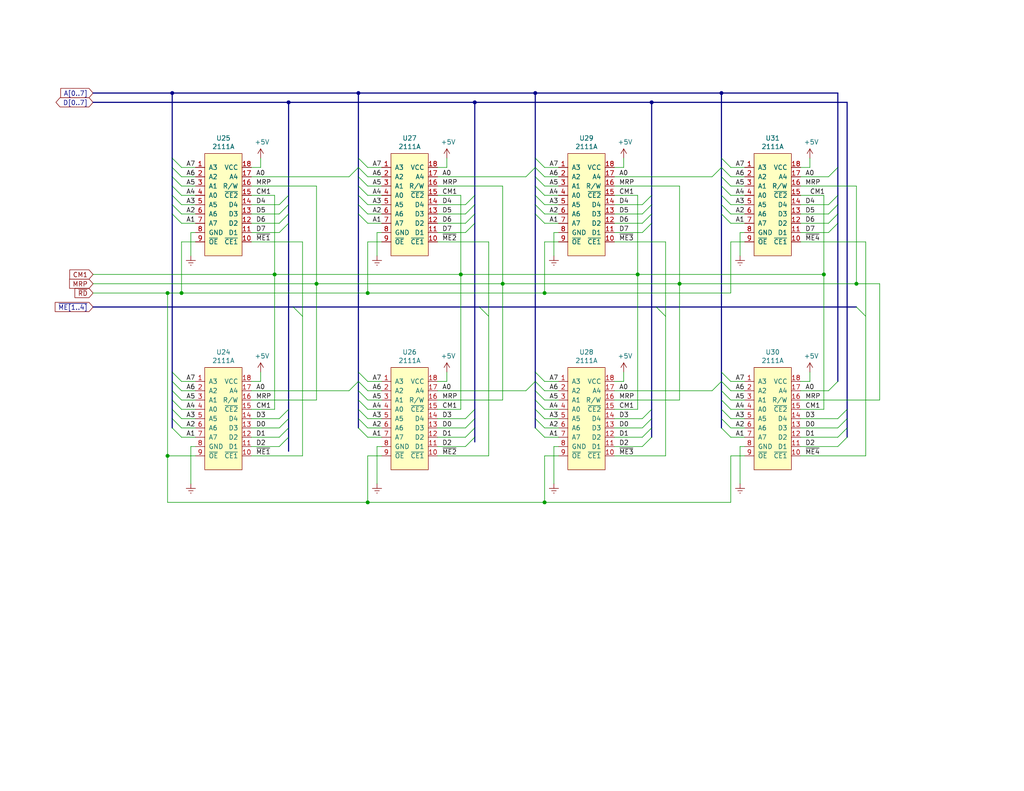
<source format=kicad_sch>
(kicad_sch (version 20230121) (generator eeschema)
  (paper "A")
  (title_block (title "Edu-80 Z80 Trainer") (date "2023-02-06") (rev "0.1") (company "Strangers"))
  (lib_symbols
    (symbol "Edu-80_Symbols:2111A" (pin_names (offset 1.016))
      (property "Reference" "U?" (at 0 16.51 0))
      (property "Value" "2111A" (at 0 -16.51 0))
      (symbol "2111A_0_1"
        (rectangle (start -5.08 13.97) (end 5.08 -13.97) (fill (type background)))
      )
      (symbol "2111A_1_1"
        (pin input line (at -7.62 10.16 0) (length 2.54) (name "A3") (number "1"))
        (pin input line (at 7.62 -10.16 180) (length 2.54) (name "~{CE1}") (number "10"))
        (pin tri_state line (at 7.62 -7.62 180) (length 2.54) (name "D1") (number "11"))
        (pin tri_state line (at 7.62 -5.08 180) (length 2.54) (name "D2") (number "12"))
        (pin tri_state line (at 7.62 -2.54 180) (length 2.54) (name "D3") (number "13"))
        (pin tri_state line (at 7.62 0 180) (length 2.54) (name "D4") (number "14"))
        (pin input line (at 7.62 2.54 180) (length 2.54) (name "~{CE2}") (number "15"))
        (pin input line (at 7.62 5.08 180) (length 2.54) (name "R/W") (number "16"))
        (pin input line (at 7.62 7.62 180) (length 2.54) (name "A4") (number "17"))
        (pin power_in line (at 7.62 10.16 180) (length 2.54) (name "VCC") (number "18"))
        (pin input line (at -7.62 7.62 0) (length 2.54) (name "A2") (number "2"))
        (pin input line (at -7.62 5.08 0) (length 2.54) (name "A1") (number "3"))
        (pin input line (at -7.62 2.54 0) (length 2.54) (name "A0") (number "4"))
        (pin input line (at -7.62 0 0) (length 2.54) (name "A5") (number "5"))
        (pin input line (at -7.62 -2.54 0) (length 2.54) (name "A6") (number "6"))
        (pin input line (at -7.62 -5.08 0) (length 2.54) (name "A7") (number "7"))
        (pin power_in line (at -7.62 -7.62 0) (length 2.54) (name "GND") (number "8"))
        (pin input line (at -7.62 -10.16 0) (length 2.54) (name "~{OE}") (number "9"))
      )
    )
    (symbol "edu-80-rescue:2111A-Edu-80_Symbol" (pin_names (offset 1.016))
      (property "Reference" "U?" (at 0 16.51 0))
      (property "Value" "Edu-80_Symbol_2111A" (at 0 -16.51 0))
      (symbol "2111A-Edu-80_Symbol_0_1"
        (rectangle (start -5.08 13.97) (end 5.08 -13.97) (fill (type background)))
      )
      (symbol "2111A-Edu-80_Symbol_1_1"
        (pin input line (at -7.62 10.16 0) (length 2.54) (name "A3") (number "1"))
        (pin input line (at 7.62 -10.16 180) (length 2.54) (name "~{CE1}") (number "10"))
        (pin tri_state line (at 7.62 -7.62 180) (length 2.54) (name "D1") (number "11"))
        (pin tri_state line (at 7.62 -5.08 180) (length 2.54) (name "D2") (number "12"))
        (pin tri_state line (at 7.62 -2.54 180) (length 2.54) (name "D3") (number "13"))
        (pin tri_state line (at 7.62 0 180) (length 2.54) (name "D4") (number "14"))
        (pin input line (at 7.62 2.54 180) (length 2.54) (name "~{CE2}") (number "15"))
        (pin input line (at 7.62 5.08 180) (length 2.54) (name "R/W") (number "16"))
        (pin input line (at 7.62 7.62 180) (length 2.54) (name "A4") (number "17"))
        (pin power_in line (at 7.62 10.16 180) (length 2.54) (name "VCC") (number "18"))
        (pin input line (at -7.62 7.62 0) (length 2.54) (name "A2") (number "2"))
        (pin input line (at -7.62 5.08 0) (length 2.54) (name "A1") (number "3"))
        (pin input line (at -7.62 2.54 0) (length 2.54) (name "A0") (number "4"))
        (pin input line (at -7.62 0 0) (length 2.54) (name "A5") (number "5"))
        (pin input line (at -7.62 -2.54 0) (length 2.54) (name "A6") (number "6"))
        (pin input line (at -7.62 -5.08 0) (length 2.54) (name "A7") (number "7"))
        (pin power_in line (at -7.62 -7.62 0) (length 2.54) (name "GND") (number "8"))
        (pin input line (at -7.62 -10.16 0) (length 2.54) (name "~{OE}") (number "9"))
      )
    )
    (symbol "power:+5V" (power) (pin_names (offset 0))
      (property "Value" "+5V" (at 0 3.556 0))
      (symbol "+5V_0_1"
        (polyline (pts (xy -0.762 1.27) (xy 0 2.54)))
        (polyline (pts (xy 0 0) (xy 0 2.54)))
        (polyline (pts (xy 0 2.54) (xy 0.762 1.27)))
      )
      (symbol "+5V_1_1"
        (pin power_in line (at 0 0 90) (length 0) hide (name "+5V") (number "1"))
      )
    )
    (symbol "power:Earth" (power) (pin_names (offset 0))
      (symbol "Earth_0_1"
        (polyline (pts (xy -0.635 -1.905) (xy 0.635 -1.905)))
        (polyline (pts (xy -0.127 -2.54) (xy 0.127 -2.54)))
        (polyline (pts (xy 0 -1.27) (xy 0 0)))
        (polyline (pts (xy 1.27 -1.27) (xy -1.27 -1.27)))
      )
      (symbol "Earth_1_1"
        (pin power_in line (at 0 0 270) (length 0) hide (name "Earth") (number "1"))
      )
    )
  )
  (junction (at 196.85 25.4))
  (junction (at 146.05 25.4))
  (junction (at 100.33 80.01))
  (junction (at 148.59 137.16))
  (junction (at 100.33 137.16))
  (junction (at 49.53 80.01))
  (junction (at 74.93 74.93))
  (junction (at 173.99 74.93))
  (junction (at 224.79 74.93))
  (junction (at 185.42 77.47))
  (junction (at 45.72 80.01))
  (junction (at 45.72 124.46))
  (junction (at 125.73 74.93))
  (junction (at 86.36 77.47))
  (junction (at 233.68 77.47))
  (junction (at 46.99 25.4))
  (junction (at 129.54 27.94))
  (junction (at 137.16 77.47))
  (junction (at 177.8 27.94))
  (junction (at 78.74 27.94))
  (junction (at 148.59 80.01))
  (junction (at 97.79 25.4))
  (bus_entry (at 46.99 116.84) (size 2.54 2.54))
  (bus_entry (at 196.85 114.3) (size 2.54 2.54))
  (bus_entry (at 177.8 55.88) (size -2.54 2.54))
  (bus_entry (at 228.6 60.96) (size -2.54 2.54))
  (bus_entry (at 196.85 104.14) (size -2.54 2.54))
  (bus_entry (at 78.74 116.84) (size -2.54 2.54))
  (bus_entry (at 46.99 101.6) (size 2.54 2.54))
  (bus_entry (at 129.54 116.84) (size -2.54 2.54))
  (bus_entry (at 46.99 109.22) (size 2.54 2.54))
  (bus_entry (at 177.8 111.76) (size -2.54 2.54))
  (bus_entry (at 177.8 53.34) (size -2.54 2.54))
  (bus_entry (at 46.99 106.68) (size 2.54 2.54))
  (bus_entry (at 46.99 55.88) (size 2.54 2.54))
  (bus_entry (at 228.6 53.34) (size -2.54 2.54))
  (bus_entry (at 46.99 45.72) (size 2.54 2.54))
  (bus_entry (at 129.54 119.38) (size -2.54 2.54))
  (bus_entry (at 97.79 58.42) (size 2.54 2.54))
  (bus_entry (at 233.68 83.82) (size 2.54 2.54))
  (bus_entry (at 179.07 83.82) (size 2.54 2.54))
  (bus_entry (at 129.54 53.34) (size -2.54 2.54))
  (bus_entry (at 97.79 48.26) (size 2.54 2.54))
  (bus_entry (at 46.99 53.34) (size 2.54 2.54))
  (bus_entry (at 146.05 58.42) (size 2.54 2.54))
  (bus_entry (at 177.8 119.38) (size -2.54 2.54))
  (bus_entry (at 231.14 119.38) (size -2.54 2.54))
  (bus_entry (at 231.14 116.84) (size -2.54 2.54))
  (bus_entry (at 146.05 104.14) (size 2.54 2.54))
  (bus_entry (at 177.8 60.96) (size -2.54 2.54))
  (bus_entry (at 78.74 58.42) (size -2.54 2.54))
  (bus_entry (at 146.05 111.76) (size 2.54 2.54))
  (bus_entry (at 46.99 58.42) (size 2.54 2.54))
  (bus_entry (at 146.05 53.34) (size 2.54 2.54))
  (bus_entry (at 78.74 114.3) (size -2.54 2.54))
  (bus_entry (at 196.85 50.8) (size 2.54 2.54))
  (bus_entry (at 146.05 55.88) (size 2.54 2.54))
  (bus_entry (at 78.74 55.88) (size -2.54 2.54))
  (bus_entry (at 97.79 53.34) (size 2.54 2.54))
  (bus_entry (at 46.99 114.3) (size 2.54 2.54))
  (bus_entry (at 177.8 114.3) (size -2.54 2.54))
  (bus_entry (at 146.05 45.72) (size -2.54 2.54))
  (bus_entry (at 97.79 111.76) (size 2.54 2.54))
  (bus_entry (at 97.79 45.72) (size -2.54 2.54))
  (bus_entry (at 196.85 45.72) (size -2.54 2.54))
  (bus_entry (at 146.05 48.26) (size 2.54 2.54))
  (bus_entry (at 97.79 101.6) (size 2.54 2.54))
  (bus_entry (at 196.85 109.22) (size 2.54 2.54))
  (bus_entry (at 130.81 83.82) (size 2.54 2.54))
  (bus_entry (at 196.85 106.68) (size 2.54 2.54))
  (bus_entry (at 97.79 50.8) (size 2.54 2.54))
  (bus_entry (at 177.8 58.42) (size -2.54 2.54))
  (bus_entry (at 196.85 116.84) (size 2.54 2.54))
  (bus_entry (at 97.79 104.14) (size 2.54 2.54))
  (bus_entry (at 80.01 83.82) (size 2.54 2.54))
  (bus_entry (at 97.79 104.14) (size -2.54 2.54))
  (bus_entry (at 46.99 50.8) (size 2.54 2.54))
  (bus_entry (at 97.79 55.88) (size 2.54 2.54))
  (bus_entry (at 78.74 53.34) (size -2.54 2.54))
  (bus_entry (at 46.99 104.14) (size 2.54 2.54))
  (bus_entry (at 146.05 116.84) (size 2.54 2.54))
  (bus_entry (at 129.54 111.76) (size -2.54 2.54))
  (bus_entry (at 78.74 111.76) (size -2.54 2.54))
  (bus_entry (at 196.85 111.76) (size 2.54 2.54))
  (bus_entry (at 196.85 45.72) (size 2.54 2.54))
  (bus_entry (at 177.8 116.84) (size -2.54 2.54))
  (bus_entry (at 97.79 106.68) (size 2.54 2.54))
  (bus_entry (at 97.79 45.72) (size 2.54 2.54))
  (bus_entry (at 146.05 43.18) (size 2.54 2.54))
  (bus_entry (at 46.99 111.76) (size 2.54 2.54))
  (bus_entry (at 196.85 58.42) (size 2.54 2.54))
  (bus_entry (at 196.85 104.14) (size 2.54 2.54))
  (bus_entry (at 196.85 53.34) (size 2.54 2.54))
  (bus_entry (at 146.05 109.22) (size 2.54 2.54))
  (bus_entry (at 196.85 48.26) (size 2.54 2.54))
  (bus_entry (at 129.54 55.88) (size -2.54 2.54))
  (bus_entry (at 97.79 116.84) (size 2.54 2.54))
  (bus_entry (at 146.05 104.14) (size -2.54 2.54))
  (bus_entry (at 146.05 50.8) (size 2.54 2.54))
  (bus_entry (at 146.05 45.72) (size 2.54 2.54))
  (bus_entry (at 228.6 58.42) (size -2.54 2.54))
  (bus_entry (at 196.85 101.6) (size 2.54 2.54))
  (bus_entry (at 196.85 55.88) (size 2.54 2.54))
  (bus_entry (at 228.6 45.72) (size -2.54 2.54))
  (bus_entry (at 129.54 58.42) (size -2.54 2.54))
  (bus_entry (at 97.79 109.22) (size 2.54 2.54))
  (bus_entry (at 231.14 114.3) (size -2.54 2.54))
  (bus_entry (at 228.6 55.88) (size -2.54 2.54))
  (bus_entry (at 129.54 60.96) (size -2.54 2.54))
  (bus_entry (at 146.05 106.68) (size 2.54 2.54))
  (bus_entry (at 97.79 114.3) (size 2.54 2.54))
  (bus_entry (at 46.99 48.26) (size 2.54 2.54))
  (bus_entry (at 196.85 43.18) (size 2.54 2.54))
  (bus_entry (at 97.79 43.18) (size 2.54 2.54))
  (bus_entry (at 231.14 111.76) (size -2.54 2.54))
  (bus_entry (at 129.54 114.3) (size -2.54 2.54))
  (bus_entry (at 146.05 101.6) (size 2.54 2.54))
  (bus_entry (at 46.99 43.18) (size 2.54 2.54))
  (bus_entry (at 146.05 114.3) (size 2.54 2.54))
  (bus_entry (at 78.74 60.96) (size -2.54 2.54))
  (bus_entry (at 78.74 119.38) (size -2.54 2.54))
  (bus_entry (at 228.6 104.14) (size -2.54 2.54))
  (wire (pts (xy 167.64 109.22) (xy 185.42 109.22)))
  (wire (pts (xy 100.33 119.38) (xy 104.14 119.38)))
  (bus (pts (xy 97.79 25.4) (xy 97.79 43.18)))
  (bus (pts (xy 97.79 48.26) (xy 97.79 50.8)))
  (wire (pts (xy 148.59 124.46) (xy 152.4 124.46)))
  (wire (pts (xy 148.59 45.72) (xy 152.4 45.72)))
  (bus (pts (xy 146.05 25.4) (xy 146.05 43.18)))
  (wire (pts (xy 100.33 111.76) (xy 104.14 111.76)))
  (bus (pts (xy 78.74 114.3) (xy 78.74 116.84)))
  (bus (pts (xy 97.79 106.68) (xy 97.79 109.22)))
  (wire (pts (xy 119.38 104.14) (xy 121.92 104.14)))
  (wire (pts (xy 82.55 66.04) (xy 82.55 86.36)))
  (bus (pts (xy 130.81 83.82) (xy 179.07 83.82)))
  (bus (pts (xy 25.4 27.94) (xy 78.74 27.94)))
  (wire (pts (xy 201.93 132.08) (xy 201.93 121.92)))
  (wire (pts (xy 148.59 104.14) (xy 152.4 104.14)))
  (bus (pts (xy 177.8 27.94) (xy 177.8 53.34)))
  (wire (pts (xy 100.33 55.88) (xy 104.14 55.88)))
  (wire (pts (xy 74.93 74.93) (xy 125.73 74.93)))
  (bus (pts (xy 129.54 27.94) (xy 129.54 53.34)))
  (wire (pts (xy 167.64 121.92) (xy 175.26 121.92)))
  (wire (pts (xy 148.59 116.84) (xy 152.4 116.84)))
  (bus (pts (xy 196.85 25.4) (xy 228.6 25.4)))
  (wire (pts (xy 218.44 124.46) (xy 236.22 124.46)))
  (wire (pts (xy 170.18 104.14) (xy 170.18 101.6)))
  (wire (pts (xy 68.58 124.46) (xy 82.55 124.46)))
  (wire (pts (xy 119.38 48.26) (xy 143.51 48.26)))
  (bus (pts (xy 196.85 25.4) (xy 196.85 43.18)))
  (bus (pts (xy 146.05 50.8) (xy 146.05 53.34)))
  (bus (pts (xy 78.74 119.38) (xy 78.74 123.19)))
  (wire (pts (xy 71.12 104.14) (xy 71.12 101.6)))
  (wire (pts (xy 199.39 114.3) (xy 203.2 114.3)))
  (wire (pts (xy 167.64 45.72) (xy 170.18 45.72)))
  (wire (pts (xy 68.58 45.72) (xy 71.12 45.72)))
  (bus (pts (xy 78.74 53.34) (xy 78.74 55.88)))
  (bus (pts (xy 46.99 106.68) (xy 46.99 109.22)))
  (bus (pts (xy 46.99 55.88) (xy 46.99 58.42)))
  (wire (pts (xy 233.68 77.47) (xy 240.03 77.47)))
  (wire (pts (xy 148.59 114.3) (xy 152.4 114.3)))
  (wire (pts (xy 100.33 106.68) (xy 104.14 106.68)))
  (bus (pts (xy 196.85 50.8) (xy 196.85 53.34)))
  (bus (pts (xy 78.74 60.96) (xy 78.74 111.76)))
  (wire (pts (xy 121.92 104.14) (xy 121.92 101.6)))
  (wire (pts (xy 119.38 111.76) (xy 125.73 111.76)))
  (wire (pts (xy 74.93 74.93) (xy 74.93 53.34)))
  (wire (pts (xy 185.42 77.47) (xy 185.42 50.8)))
  (bus (pts (xy 78.74 58.42) (xy 78.74 60.96)))
  (bus (pts (xy 78.74 27.94) (xy 129.54 27.94)))
  (wire (pts (xy 199.39 66.04) (xy 203.2 66.04)))
  (wire (pts (xy 119.38 66.04) (xy 133.35 66.04)))
  (bus (pts (xy 46.99 43.18) (xy 46.99 45.72)))
  (bus (pts (xy 129.54 114.3) (xy 129.54 116.84)))
  (bus (pts (xy 196.85 55.88) (xy 196.85 58.42)))
  (bus (pts (xy 97.79 55.88) (xy 97.79 58.42)))
  (bus (pts (xy 78.74 116.84) (xy 78.74 119.38)))
  (wire (pts (xy 218.44 116.84) (xy 228.6 116.84)))
  (bus (pts (xy 78.74 27.94) (xy 78.74 53.34)))
  (bus (pts (xy 97.79 104.14) (xy 97.79 106.68)))
  (bus (pts (xy 177.8 111.76) (xy 177.8 114.3)))
  (wire (pts (xy 125.73 74.93) (xy 173.99 74.93)))
  (wire (pts (xy 68.58 121.92) (xy 76.2 121.92)))
  (wire (pts (xy 68.58 50.8) (xy 86.36 50.8)))
  (bus (pts (xy 177.8 60.96) (xy 177.8 111.76)))
  (wire (pts (xy 52.07 132.08) (xy 52.07 121.92)))
  (bus (pts (xy 146.05 101.6) (xy 146.05 104.14)))
  (bus (pts (xy 146.05 25.4) (xy 196.85 25.4)))
  (wire (pts (xy 125.73 74.93) (xy 125.73 111.76)))
  (wire (pts (xy 199.39 119.38) (xy 203.2 119.38)))
  (wire (pts (xy 148.59 55.88) (xy 152.4 55.88)))
  (wire (pts (xy 236.22 66.04) (xy 236.22 86.36)))
  (bus (pts (xy 97.79 45.72) (xy 97.79 48.26)))
  (wire (pts (xy 68.58 58.42) (xy 76.2 58.42)))
  (wire (pts (xy 49.53 80.01) (xy 100.33 80.01)))
  (wire (pts (xy 49.53 55.88) (xy 53.34 55.88)))
  (wire (pts (xy 148.59 50.8) (xy 152.4 50.8)))
  (wire (pts (xy 74.93 74.93) (xy 74.93 111.76)))
  (wire (pts (xy 49.53 109.22) (xy 53.34 109.22)))
  (bus (pts (xy 97.79 101.6) (xy 97.79 104.14)))
  (bus (pts (xy 228.6 25.4) (xy 228.6 45.72)))
  (bus (pts (xy 46.99 114.3) (xy 46.99 116.84)))
  (bus (pts (xy 129.54 27.94) (xy 177.8 27.94)))
  (bus (pts (xy 46.99 45.72) (xy 46.99 48.26)))
  (wire (pts (xy 133.35 86.36) (xy 133.35 124.46)))
  (wire (pts (xy 86.36 77.47) (xy 86.36 109.22)))
  (wire (pts (xy 218.44 45.72) (xy 220.98 45.72)))
  (wire (pts (xy 167.64 66.04) (xy 181.61 66.04)))
  (bus (pts (xy 97.79 25.4) (xy 146.05 25.4)))
  (wire (pts (xy 25.4 77.47) (xy 86.36 77.47)))
  (wire (pts (xy 49.53 111.76) (xy 53.34 111.76)))
  (bus (pts (xy 129.54 116.84) (xy 129.54 119.38)))
  (bus (pts (xy 177.8 27.94) (xy 231.14 27.94)))
  (bus (pts (xy 196.85 111.76) (xy 196.85 114.3)))
  (wire (pts (xy 185.42 77.47) (xy 185.42 109.22)))
  (wire (pts (xy 199.39 111.76) (xy 203.2 111.76)))
  (wire (pts (xy 218.44 58.42) (xy 226.06 58.42)))
  (wire (pts (xy 45.72 124.46) (xy 45.72 80.01)))
  (wire (pts (xy 173.99 74.93) (xy 224.79 74.93)))
  (wire (pts (xy 68.58 109.22) (xy 86.36 109.22)))
  (wire (pts (xy 49.53 66.04) (xy 49.53 80.01)))
  (bus (pts (xy 129.54 53.34) (xy 129.54 55.88)))
  (wire (pts (xy 201.93 69.85) (xy 201.93 63.5)))
  (wire (pts (xy 119.38 53.34) (xy 125.73 53.34)))
  (wire (pts (xy 167.64 119.38) (xy 175.26 119.38)))
  (wire (pts (xy 68.58 53.34) (xy 74.93 53.34)))
  (wire (pts (xy 236.22 86.36) (xy 236.22 124.46)))
  (wire (pts (xy 167.64 48.26) (xy 194.31 48.26)))
  (bus (pts (xy 196.85 114.3) (xy 196.85 116.84)))
  (bus (pts (xy 196.85 45.72) (xy 196.85 48.26)))
  (bus (pts (xy 146.05 104.14) (xy 146.05 106.68)))
  (bus (pts (xy 231.14 114.3) (xy 231.14 116.84)))
  (wire (pts (xy 119.38 58.42) (xy 127 58.42)))
  (wire (pts (xy 100.33 60.96) (xy 104.14 60.96)))
  (wire (pts (xy 218.44 114.3) (xy 228.6 114.3)))
  (bus (pts (xy 196.85 109.22) (xy 196.85 111.76)))
  (wire (pts (xy 100.33 53.34) (xy 104.14 53.34)))
  (wire (pts (xy 68.58 55.88) (xy 76.2 55.88)))
  (wire (pts (xy 102.87 132.08) (xy 102.87 121.92)))
  (wire (pts (xy 199.39 45.72) (xy 203.2 45.72)))
  (wire (pts (xy 49.53 58.42) (xy 53.34 58.42)))
  (wire (pts (xy 68.58 66.04) (xy 82.55 66.04)))
  (wire (pts (xy 167.64 55.88) (xy 175.26 55.88)))
  (wire (pts (xy 199.39 55.88) (xy 203.2 55.88)))
  (wire (pts (xy 52.07 63.5) (xy 53.34 63.5)))
  (wire (pts (xy 68.58 106.68) (xy 95.25 106.68)))
  (wire (pts (xy 68.58 60.96) (xy 76.2 60.96)))
  (bus (pts (xy 231.14 111.76) (xy 231.14 114.3)))
  (wire (pts (xy 240.03 109.22) (xy 240.03 77.47)))
  (wire (pts (xy 68.58 104.14) (xy 71.12 104.14)))
  (bus (pts (xy 177.8 116.84) (xy 177.8 119.38)))
  (bus (pts (xy 146.05 106.68) (xy 146.05 109.22)))
  (wire (pts (xy 49.53 106.68) (xy 53.34 106.68)))
  (wire (pts (xy 167.64 114.3) (xy 175.26 114.3)))
  (wire (pts (xy 220.98 45.72) (xy 220.98 43.18)))
  (wire (pts (xy 148.59 53.34) (xy 152.4 53.34)))
  (wire (pts (xy 137.16 77.47) (xy 185.42 77.47)))
  (wire (pts (xy 224.79 74.93) (xy 224.79 53.34)))
  (bus (pts (xy 177.8 114.3) (xy 177.8 116.84)))
  (bus (pts (xy 97.79 114.3) (xy 97.79 116.84)))
  (wire (pts (xy 100.33 80.01) (xy 148.59 80.01)))
  (wire (pts (xy 102.87 121.92) (xy 104.14 121.92)))
  (wire (pts (xy 167.64 50.8) (xy 185.42 50.8)))
  (wire (pts (xy 233.68 77.47) (xy 233.68 50.8)))
  (bus (pts (xy 177.8 58.42) (xy 177.8 60.96)))
  (wire (pts (xy 218.44 121.92) (xy 228.6 121.92)))
  (wire (pts (xy 199.39 53.34) (xy 203.2 53.34)))
  (bus (pts (xy 146.05 45.72) (xy 146.05 48.26)))
  (wire (pts (xy 199.39 50.8) (xy 203.2 50.8)))
  (wire (pts (xy 45.72 124.46) (xy 45.72 137.16)))
  (wire (pts (xy 49.53 119.38) (xy 53.34 119.38)))
  (wire (pts (xy 86.36 77.47) (xy 137.16 77.47)))
  (bus (pts (xy 25.4 25.4) (xy 46.99 25.4)))
  (wire (pts (xy 137.16 77.47) (xy 137.16 109.22)))
  (bus (pts (xy 146.05 111.76) (xy 146.05 114.3)))
  (bus (pts (xy 80.01 83.82) (xy 130.81 83.82)))
  (wire (pts (xy 167.64 116.84) (xy 175.26 116.84)))
  (wire (pts (xy 199.39 48.26) (xy 203.2 48.26)))
  (wire (pts (xy 49.53 60.96) (xy 53.34 60.96)))
  (wire (pts (xy 68.58 119.38) (xy 76.2 119.38)))
  (wire (pts (xy 151.13 63.5) (xy 152.4 63.5)))
  (wire (pts (xy 49.53 66.04) (xy 53.34 66.04)))
  (bus (pts (xy 129.54 119.38) (xy 129.54 120.65)))
  (wire (pts (xy 49.53 45.72) (xy 53.34 45.72)))
  (bus (pts (xy 228.6 45.72) (xy 228.6 53.34)))
  (wire (pts (xy 167.64 58.42) (xy 175.26 58.42)))
  (wire (pts (xy 119.38 121.92) (xy 127 121.92)))
  (wire (pts (xy 137.16 77.47) (xy 137.16 50.8)))
  (wire (pts (xy 102.87 69.85) (xy 102.87 63.5)))
  (wire (pts (xy 167.64 53.34) (xy 173.99 53.34)))
  (bus (pts (xy 129.54 55.88) (xy 129.54 58.42)))
  (wire (pts (xy 185.42 77.47) (xy 233.68 77.47)))
  (wire (pts (xy 86.36 77.47) (xy 86.36 50.8)))
  (wire (pts (xy 119.38 109.22) (xy 137.16 109.22)))
  (wire (pts (xy 119.38 60.96) (xy 127 60.96)))
  (wire (pts (xy 100.33 80.01) (xy 100.33 66.04)))
  (wire (pts (xy 119.38 119.38) (xy 127 119.38)))
  (bus (pts (xy 46.99 50.8) (xy 46.99 53.34)))
  (wire (pts (xy 199.39 80.01) (xy 199.39 66.04)))
  (bus (pts (xy 196.85 104.14) (xy 196.85 106.68)))
  (wire (pts (xy 49.53 104.14) (xy 53.34 104.14)))
  (wire (pts (xy 218.44 53.34) (xy 224.79 53.34)))
  (bus (pts (xy 46.99 111.76) (xy 46.99 114.3)))
  (wire (pts (xy 199.39 106.68) (xy 203.2 106.68)))
  (wire (pts (xy 45.72 137.16) (xy 100.33 137.16)))
  (wire (pts (xy 49.53 48.26) (xy 53.34 48.26)))
  (bus (pts (xy 46.99 25.4) (xy 97.79 25.4)))
  (wire (pts (xy 167.64 104.14) (xy 170.18 104.14)))
  (wire (pts (xy 148.59 109.22) (xy 152.4 109.22)))
  (bus (pts (xy 97.79 43.18) (xy 97.79 45.72)))
  (wire (pts (xy 151.13 121.92) (xy 152.4 121.92)))
  (wire (pts (xy 148.59 66.04) (xy 152.4 66.04)))
  (wire (pts (xy 100.33 48.26) (xy 104.14 48.26)))
  (wire (pts (xy 49.53 116.84) (xy 53.34 116.84)))
  (wire (pts (xy 170.18 45.72) (xy 170.18 43.18)))
  (wire (pts (xy 148.59 60.96) (xy 152.4 60.96)))
  (wire (pts (xy 148.59 137.16) (xy 148.59 124.46)))
  (bus (pts (xy 146.05 55.88) (xy 146.05 58.42)))
  (bus (pts (xy 146.05 53.34) (xy 146.05 55.88)))
  (wire (pts (xy 100.33 66.04) (xy 104.14 66.04)))
  (bus (pts (xy 196.85 53.34) (xy 196.85 55.88)))
  (bus (pts (xy 129.54 58.42) (xy 129.54 60.96)))
  (wire (pts (xy 199.39 124.46) (xy 203.2 124.46)))
  (wire (pts (xy 100.33 116.84) (xy 104.14 116.84)))
  (bus (pts (xy 97.79 109.22) (xy 97.79 111.76)))
  (wire (pts (xy 218.44 63.5) (xy 226.06 63.5)))
  (wire (pts (xy 218.44 55.88) (xy 226.06 55.88)))
  (wire (pts (xy 148.59 111.76) (xy 152.4 111.76)))
  (wire (pts (xy 148.59 58.42) (xy 152.4 58.42)))
  (wire (pts (xy 148.59 80.01) (xy 148.59 66.04)))
  (wire (pts (xy 173.99 74.93) (xy 173.99 53.34)))
  (bus (pts (xy 146.05 58.42) (xy 146.05 101.6)))
  (bus (pts (xy 25.4 83.82) (xy 80.01 83.82)))
  (wire (pts (xy 148.59 80.01) (xy 199.39 80.01)))
  (bus (pts (xy 231.14 116.84) (xy 231.14 119.38)))
  (bus (pts (xy 177.8 53.34) (xy 177.8 55.88)))
  (bus (pts (xy 196.85 43.18) (xy 196.85 45.72)))
  (wire (pts (xy 201.93 121.92) (xy 203.2 121.92)))
  (wire (pts (xy 148.59 137.16) (xy 199.39 137.16)))
  (wire (pts (xy 173.99 111.76) (xy 173.99 74.93)))
  (bus (pts (xy 196.85 106.68) (xy 196.85 109.22)))
  (wire (pts (xy 218.44 48.26) (xy 226.06 48.26)))
  (wire (pts (xy 100.33 104.14) (xy 104.14 104.14)))
  (bus (pts (xy 146.05 109.22) (xy 146.05 111.76)))
  (bus (pts (xy 46.99 58.42) (xy 46.99 101.6)))
  (wire (pts (xy 119.38 63.5) (xy 127 63.5)))
  (wire (pts (xy 119.38 114.3) (xy 127 114.3)))
  (wire (pts (xy 218.44 104.14) (xy 220.98 104.14)))
  (wire (pts (xy 151.13 69.85) (xy 151.13 63.5)))
  (wire (pts (xy 68.58 48.26) (xy 95.25 48.26)))
  (wire (pts (xy 49.53 53.34) (xy 53.34 53.34)))
  (bus (pts (xy 129.54 111.76) (xy 129.54 114.3)))
  (wire (pts (xy 199.39 116.84) (xy 203.2 116.84)))
  (wire (pts (xy 119.38 50.8) (xy 137.16 50.8)))
  (bus (pts (xy 177.8 55.88) (xy 177.8 58.42)))
  (wire (pts (xy 100.33 109.22) (xy 104.14 109.22)))
  (wire (pts (xy 100.33 50.8) (xy 104.14 50.8)))
  (wire (pts (xy 167.64 124.46) (xy 181.61 124.46)))
  (wire (pts (xy 201.93 63.5) (xy 203.2 63.5)))
  (bus (pts (xy 146.05 43.18) (xy 146.05 45.72)))
  (wire (pts (xy 45.72 124.46) (xy 53.34 124.46)))
  (wire (pts (xy 100.33 58.42) (xy 104.14 58.42)))
  (bus (pts (xy 228.6 55.88) (xy 228.6 58.42)))
  (bus (pts (xy 97.79 58.42) (xy 97.79 101.6)))
  (wire (pts (xy 100.33 114.3) (xy 104.14 114.3)))
  (wire (pts (xy 68.58 114.3) (xy 76.2 114.3)))
  (bus (pts (xy 46.99 25.4) (xy 46.99 43.18)))
  (wire (pts (xy 218.44 119.38) (xy 228.6 119.38)))
  (wire (pts (xy 218.44 50.8) (xy 233.68 50.8)))
  (wire (pts (xy 121.92 45.72) (xy 121.92 43.18)))
  (wire (pts (xy 167.64 63.5) (xy 175.26 63.5)))
  (wire (pts (xy 119.38 45.72) (xy 121.92 45.72)))
  (wire (pts (xy 218.44 66.04) (xy 236.22 66.04)))
  (bus (pts (xy 196.85 101.6) (xy 196.85 104.14)))
  (wire (pts (xy 25.4 80.01) (xy 45.72 80.01)))
  (wire (pts (xy 220.98 104.14) (xy 220.98 101.6)))
  (wire (pts (xy 181.61 66.04) (xy 181.61 86.36)))
  (wire (pts (xy 133.35 66.04) (xy 133.35 86.36)))
  (bus (pts (xy 231.14 27.94) (xy 231.14 111.76)))
  (bus (pts (xy 228.6 53.34) (xy 228.6 55.88)))
  (wire (pts (xy 151.13 132.08) (xy 151.13 121.92)))
  (bus (pts (xy 46.99 101.6) (xy 46.99 104.14)))
  (wire (pts (xy 218.44 106.68) (xy 226.06 106.68)))
  (bus (pts (xy 97.79 53.34) (xy 97.79 55.88)))
  (wire (pts (xy 82.55 86.36) (xy 82.55 124.46)))
  (wire (pts (xy 45.72 80.01) (xy 49.53 80.01)))
  (wire (pts (xy 148.59 48.26) (xy 152.4 48.26)))
  (bus (pts (xy 228.6 60.96) (xy 228.6 104.14)))
  (wire (pts (xy 218.44 111.76) (xy 224.79 111.76)))
  (bus (pts (xy 46.99 109.22) (xy 46.99 111.76)))
  (wire (pts (xy 199.39 137.16) (xy 199.39 124.46)))
  (bus (pts (xy 228.6 58.42) (xy 228.6 60.96)))
  (bus (pts (xy 97.79 111.76) (xy 97.79 114.3)))
  (bus (pts (xy 46.99 104.14) (xy 46.99 106.68)))
  (bus (pts (xy 78.74 55.88) (xy 78.74 58.42)))
  (wire (pts (xy 224.79 74.93) (xy 224.79 111.76)))
  (wire (pts (xy 71.12 45.72) (xy 71.12 43.18)))
  (wire (pts (xy 133.35 124.46) (xy 119.38 124.46)))
  (wire (pts (xy 119.38 116.84) (xy 127 116.84)))
  (bus (pts (xy 129.54 60.96) (xy 129.54 111.76)))
  (wire (pts (xy 100.33 137.16) (xy 100.33 124.46)))
  (bus (pts (xy 196.85 48.26) (xy 196.85 50.8)))
  (wire (pts (xy 68.58 116.84) (xy 76.2 116.84)))
  (wire (pts (xy 100.33 124.46) (xy 104.14 124.46)))
  (wire (pts (xy 68.58 111.76) (xy 74.93 111.76)))
  (bus (pts (xy 196.85 58.42) (xy 196.85 101.6)))
  (wire (pts (xy 49.53 50.8) (xy 53.34 50.8)))
  (wire (pts (xy 49.53 114.3) (xy 53.34 114.3)))
  (bus (pts (xy 97.79 50.8) (xy 97.79 53.34)))
  (wire (pts (xy 100.33 137.16) (xy 148.59 137.16)))
  (wire (pts (xy 199.39 58.42) (xy 203.2 58.42)))
  (wire (pts (xy 100.33 45.72) (xy 104.14 45.72)))
  (wire (pts (xy 102.87 63.5) (xy 104.14 63.5)))
  (wire (pts (xy 25.4 74.93) (xy 74.93 74.93)))
  (wire (pts (xy 167.64 106.68) (xy 194.31 106.68)))
  (bus (pts (xy 46.99 53.34) (xy 46.99 55.88)))
  (wire (pts (xy 199.39 104.14) (xy 203.2 104.14)))
  (wire (pts (xy 119.38 55.88) (xy 127 55.88)))
  (bus (pts (xy 46.99 48.26) (xy 46.99 50.8)))
  (wire (pts (xy 148.59 119.38) (xy 152.4 119.38)))
  (wire (pts (xy 199.39 60.96) (xy 203.2 60.96)))
  (wire (pts (xy 218.44 109.22) (xy 240.03 109.22)))
  (wire (pts (xy 199.39 109.22) (xy 203.2 109.22)))
  (wire (pts (xy 148.59 106.68) (xy 152.4 106.68)))
  (wire (pts (xy 52.07 69.85) (xy 52.07 63.5)))
  (bus (pts (xy 78.74 111.76) (xy 78.74 114.3)))
  (bus (pts (xy 179.07 83.82) (xy 233.68 83.82)))
  (wire (pts (xy 167.64 60.96) (xy 175.26 60.96)))
  (bus (pts (xy 146.05 48.26) (xy 146.05 50.8)))
  (bus (pts (xy 146.05 114.3) (xy 146.05 116.84)))
  (wire (pts (xy 52.07 121.92) (xy 53.34 121.92)))
  (wire (pts (xy 119.38 106.68) (xy 143.51 106.68)))
  (wire (pts (xy 167.64 111.76) (xy 173.99 111.76)))
  (wire (pts (xy 181.61 86.36) (xy 181.61 124.46)))
  (wire (pts (xy 218.44 60.96) (xy 226.06 60.96)))
  (wire (pts (xy 68.58 63.5) (xy 76.2 63.5)))
  (wire (pts (xy 125.73 74.93) (xy 125.73 53.34)))
  (label "A4" (at 50.8 53.34 0))
  (label "D3" (at 219.71 114.3 0))
  (label "D6" (at 120.65 60.96 0))
  (label "CM1" (at 69.85 111.76 0))
  (label "A1" (at 50.8 119.38 0))
  (label "A7" (at 50.8 45.72 0))
  (label "D2" (at 69.85 121.92 0))
  (label "A4" (at 200.66 111.76 0))
  (label "A1" (at 101.6 119.38 0))
  (label "D3" (at 69.85 114.3 0))
  (label "D7" (at 120.65 63.5 0))
  (label "A6" (at 149.86 106.68 0))
  (label "MRP" (at 168.91 109.22 0))
  (label "A3" (at 149.86 55.88 0))
  (label "D2" (at 219.71 121.92 0))
  (label "A6" (at 101.6 48.26 0))
  (label "A5" (at 200.66 109.22 0))
  (label "A3" (at 50.8 55.88 0))
  (label "D5" (at 219.71 58.42 0))
  (label "A2" (at 50.8 58.42 0))
  (label "A3" (at 200.66 55.88 0))
  (label "D7" (at 69.85 63.5 0))
  (label "A3" (at 101.6 114.3 0))
  (label "D0" (at 168.91 116.84 0))
  (label "D6" (at 69.85 60.96 0))
  (label "D1" (at 168.91 119.38 0))
  (label "A4" (at 149.86 111.76 0))
  (label "MRP" (at 69.85 50.8 0))
  (label "A1" (at 200.66 60.96 0))
  (label "A1" (at 50.8 60.96 0))
  (label "CM1" (at 168.91 53.34 0))
  (label "A5" (at 50.8 50.8 0))
  (label "A4" (at 50.8 111.76 0))
  (label "A7" (at 101.6 45.72 0))
  (label "A4" (at 200.66 53.34 0))
  (label "A7" (at 200.66 45.72 0))
  (label "D2" (at 120.65 121.92 0))
  (label "A1" (at 200.66 119.38 0))
  (label "A6" (at 149.86 48.26 0))
  (label "D7" (at 168.91 63.5 0))
  (label "~{ME1}" (at 69.85 124.46 0))
  (label "CM1" (at 220.98 53.34 0))
  (label "CM1" (at 120.65 53.34 0))
  (label "A0" (at 120.65 48.26 0))
  (label "D0" (at 120.65 116.84 0))
  (label "MRP" (at 219.71 50.8 0))
  (label "A2" (at 149.86 116.84 0))
  (label "A7" (at 149.86 104.14 0))
  (label "A0" (at 168.91 106.68 0))
  (label "A7" (at 149.86 45.72 0))
  (label "A0" (at 219.71 48.26 0))
  (label "D0" (at 219.71 116.84 0))
  (label "D4" (at 219.71 55.88 0))
  (label "A3" (at 200.66 114.3 0))
  (label "~{ME3}" (at 168.91 66.04 0))
  (label "D1" (at 120.65 119.38 0))
  (label "A6" (at 101.6 106.68 0))
  (label "A1" (at 149.86 119.38 0))
  (label "~{ME2}" (at 120.65 66.04 0))
  (label "A2" (at 200.66 116.84 0))
  (label "A3" (at 149.86 114.3 0))
  (label "A7" (at 101.6 104.14 0))
  (label "MRP" (at 219.71 109.22 0))
  (label "D1" (at 219.71 119.38 0))
  (label "A5" (at 149.86 50.8 0))
  (label "~{ME2}" (at 120.65 124.46 0))
  (label "A2" (at 50.8 116.84 0))
  (label "~{ME3}" (at 168.91 124.46 0))
  (label "D4" (at 120.65 55.88 0))
  (label "D5" (at 120.65 58.42 0))
  (label "A5" (at 200.66 50.8 0))
  (label "MRP" (at 168.91 50.8 0))
  (label "A2" (at 101.6 58.42 0))
  (label "A5" (at 101.6 50.8 0))
  (label "D0" (at 69.85 116.84 0))
  (label "A3" (at 101.6 55.88 0))
  (label "A4" (at 149.86 53.34 0))
  (label "A2" (at 101.6 116.84 0))
  (label "~{ME4}" (at 219.71 124.46 0))
  (label "D4" (at 69.85 55.88 0))
  (label "MRP" (at 69.85 109.22 0))
  (label "A5" (at 50.8 109.22 0))
  (label "A2" (at 200.66 58.42 0))
  (label "A1" (at 149.86 60.96 0))
  (label "D6" (at 168.91 60.96 0))
  (label "A6" (at 200.66 106.68 0))
  (label "A7" (at 200.66 104.14 0))
  (label "~{ME1}" (at 69.85 66.04 0))
  (label "A1" (at 101.6 60.96 0))
  (label "A3" (at 50.8 114.3 0))
  (label "D7" (at 219.71 63.5 0))
  (label "A0" (at 168.91 48.26 0))
  (label "D6" (at 219.71 60.96 0))
  (label "A0" (at 69.85 48.26 0))
  (label "D3" (at 120.65 114.3 0))
  (label "CM1" (at 120.65 111.76 0))
  (label "D5" (at 69.85 58.42 0))
  (label "A6" (at 50.8 106.68 0))
  (label "A4" (at 101.6 53.34 0))
  (label "MRP" (at 120.65 109.22 0))
  (label "A7" (at 50.8 104.14 0))
  (label "~{ME4}" (at 219.71 66.04 0))
  (label "CM1" (at 219.71 111.76 0))
  (label "A4" (at 101.6 111.76 0))
  (label "A0" (at 219.71 106.68 0))
  (label "A5" (at 101.6 109.22 0))
  (label "A0" (at 69.85 106.68 0))
  (label "CM1" (at 168.91 111.76 0))
  (label "A6" (at 50.8 48.26 0))
  (label "D3" (at 168.91 114.3 0))
  (label "D1" (at 69.85 119.38 0))
  (label "D2" (at 168.91 121.92 0))
  (label "A2" (at 149.86 58.42 0))
  (label "MRP" (at 120.65 50.8 0))
  (label "A5" (at 149.86 109.22 0))
  (label "A6" (at 200.66 48.26 0))
  (label "CM1" (at 69.85 53.34 0))
  (label "D5" (at 168.91 58.42 0))
  (label "A0" (at 120.65 106.68 0))
  (label "D4" (at 168.91 55.88 0))
  (global_label "D[0..7]" (shape tri_state) (at 25.4 27.94 180) (property "Intersheetrefs" "${INTERSHEET_REFS}" (effects hide)))
  (global_label "A[0..7]" (shape input) (at 25.4 25.4 180) (property "Intersheetrefs" "${INTERSHEET_REFS}" (effects hide)))
  (global_label "~{ME[1..4]}" (shape input) (at 25.4 83.82 180) (property "Intersheetrefs" "${INTERSHEET_REFS}" (effects hide)))
  (global_label "~{RD}" (shape input) (at 25.4 80.01 180) (property "Intersheetrefs" "${INTERSHEET_REFS}" (effects hide)))
  (global_label "CM1" (shape input) (at 25.4 74.93 180) (property "Intersheetrefs" "${INTERSHEET_REFS}" (effects hide)))
  (global_label "MRP" (shape input) (at 25.4 77.47 180) (property "Intersheetrefs" "${INTERSHEET_REFS}" (effects hide)))
  (symbol (lib_id "power:Earth") (at 102.87 132.08 0) (unit 1)
    (property "Reference" "#PWR0137" (effects hide))
    (property "Value" "Earth" (effects hide))
  )
  (symbol (lib_id "power:Earth") (at 151.13 69.85 0) (unit 1)
    (property "Reference" "#PWR0133" (effects hide))
    (property "Value" "Earth" (effects hide))
  )
  (symbol (lib_id "power:+5V") (at 121.92 101.6 0) (unit 1)
    (property "Reference" "#PWR0138" (effects hide))
    (property "Value" "+5V" (at 122.301 97.2058 0))
  )
  (symbol (lib_id "edu-80-rescue:2111A-Edu-80_Symbol") (at 60.96 114.3 0) (unit 1)
    (property "Reference" "U24" (at 60.96 96.139 0))
    (property "Value" "2111A" (at 60.96 98.4504 0))
    (property "Footprint" "Package_DIP:DIP-20_W7.62mm" (effects hide))
  )
  (symbol (lib_id "Edu-80_Symbols:2111A") (at 160.02 114.3 0) (unit 1)
    (property "Reference" "U28" (at 160.02 96.139 0))
    (property "Value" "2111A" (at 160.02 98.4504 0))
    (property "Footprint" "Package_DIP:DIP-20_W7.62mm" (effects hide))
    (instances (project "edu-80" (path "" (reference "U28") (unit 1)) (path "" (reference "U30") (unit 1))))
  )
  (symbol (lib_id "power:+5V") (at 71.12 101.6 0) (unit 1)
    (property "Reference" "#PWR0140" (effects hide))
    (property "Value" "+5V" (at 71.501 97.2058 0))
  )
  (symbol (lib_id "power:Earth") (at 102.87 69.85 0) (unit 1)
    (property "Reference" "#PWR0132" (effects hide))
    (property "Value" "Earth" (effects hide))
  )
  (symbol (lib_id "power:+5V") (at 170.18 43.18 0) (unit 1)
    (property "Reference" "#PWR0136" (effects hide))
    (property "Value" "+5V" (at 170.561 38.7858 0))
  )
  (symbol (lib_id "Edu-80_Symbols:2111A") (at 210.82 114.3 0) (unit 1)
    (property "Reference" "U30" (at 210.82 96.139 0))
    (property "Value" "2111A" (at 210.82 98.4504 0))
    (property "Footprint" "Package_DIP:DIP-20_W7.62mm" (effects hide))
  )
  (symbol (lib_id "power:Earth") (at 201.93 132.08 0) (unit 1)
    (property "Reference" "#PWR0144" (effects hide))
    (property "Value" "Earth" (effects hide))
  )
  (symbol (lib_id "power:Earth") (at 52.07 69.85 0) (unit 1)
    (property "Reference" "#PWR0130" (effects hide))
    (property "Value" "Earth" (effects hide))
  )
  (symbol (lib_id "edu-80-rescue:2111A-Edu-80_Symbol") (at 111.76 55.88 0) (unit 1)
    (property "Reference" "U27" (at 111.76 37.719 0))
    (property "Value" "2111A" (at 111.76 40.0304 0))
    (property "Footprint" "Package_DIP:DIP-20_W7.62mm" (effects hide))
  )
  (symbol (lib_id "power:+5V") (at 121.92 43.18 0) (unit 1)
    (property "Reference" "#PWR0131" (effects hide))
    (property "Value" "+5V" (at 122.301 38.7858 0))
  )
  (symbol (lib_id "power:Earth") (at 201.93 69.85 0) (unit 1)
    (property "Reference" "#PWR0134" (effects hide))
    (property "Value" "Earth" (effects hide))
  )
  (symbol (lib_id "Edu-80_Symbols:2111A") (at 210.82 55.88 0) (unit 1)
    (property "Reference" "U31" (at 210.82 37.719 0))
    (property "Value" "2111A" (at 210.82 40.0304 0))
    (property "Footprint" "Package_DIP:DIP-20_W7.62mm" (effects hide))
    (instances (project "edu-80" (path "" (reference "U31") (unit 1)) (path "" (reference "U30") (unit 1))))
  )
  (symbol (lib_id "edu-80-rescue:2111A-Edu-80_Symbol") (at 60.96 55.88 0) (unit 1)
    (property "Reference" "U25" (at 60.96 37.719 0))
    (property "Value" "2111A" (at 60.96 40.0304 0))
    (property "Footprint" "Package_DIP:DIP-20_W7.62mm" (effects hide))
  )
  (symbol (lib_id "edu-80-rescue:2111A-Edu-80_Symbol") (at 111.76 114.3 0) (unit 1)
    (property "Reference" "U26" (at 111.76 96.139 0))
    (property "Value" "2111A" (at 111.76 98.4504 0))
    (property "Footprint" "Package_DIP:DIP-20_W7.62mm" (effects hide))
  )
  (symbol (lib_id "power:+5V") (at 170.18 101.6 0) (unit 1)
    (property "Reference" "#PWR0142" (effects hide))
    (property "Value" "+5V" (at 170.561 97.2058 0))
  )
  (symbol (lib_id "power:+5V") (at 220.98 43.18 0) (unit 1)
    (property "Reference" "#PWR0135" (effects hide))
    (property "Value" "+5V" (at 221.361 38.7858 0))
  )
  (symbol (lib_id "Edu-80_Symbols:2111A") (at 160.02 55.88 0) (unit 1)
    (property "Reference" "U29" (at 160.02 37.719 0))
    (property "Value" "2111A" (at 160.02 40.0304 0))
    (property "Footprint" "Package_DIP:DIP-20_W7.62mm" (effects hide))
    (instances (project "edu-80" (path "" (reference "U29") (unit 1)) (path "" (reference "U30") (unit 1))))
  )
  (symbol (lib_id "power:Earth") (at 52.07 132.08 0) (unit 1)
    (property "Reference" "#PWR0139" (effects hide))
    (property "Value" "Earth" (effects hide))
  )
  (symbol (lib_id "power:+5V") (at 220.98 101.6 0) (unit 1)
    (property "Reference" "#PWR0143" (effects hide))
    (property "Value" "+5V" (at 221.361 97.2058 0))
  )
  (symbol (lib_id "power:+5V") (at 71.12 43.18 0) (unit 1)
    (property "Reference" "#PWR0129" (effects hide))
    (property "Value" "+5V" (at 71.501 38.7858 0))
  )
  (symbol (lib_id "power:Earth") (at 151.13 132.08 0) (unit 1)
    (property "Reference" "#PWR0141" (effects hide))
    (property "Value" "Earth" (effects hide))
  )
)
</source>
